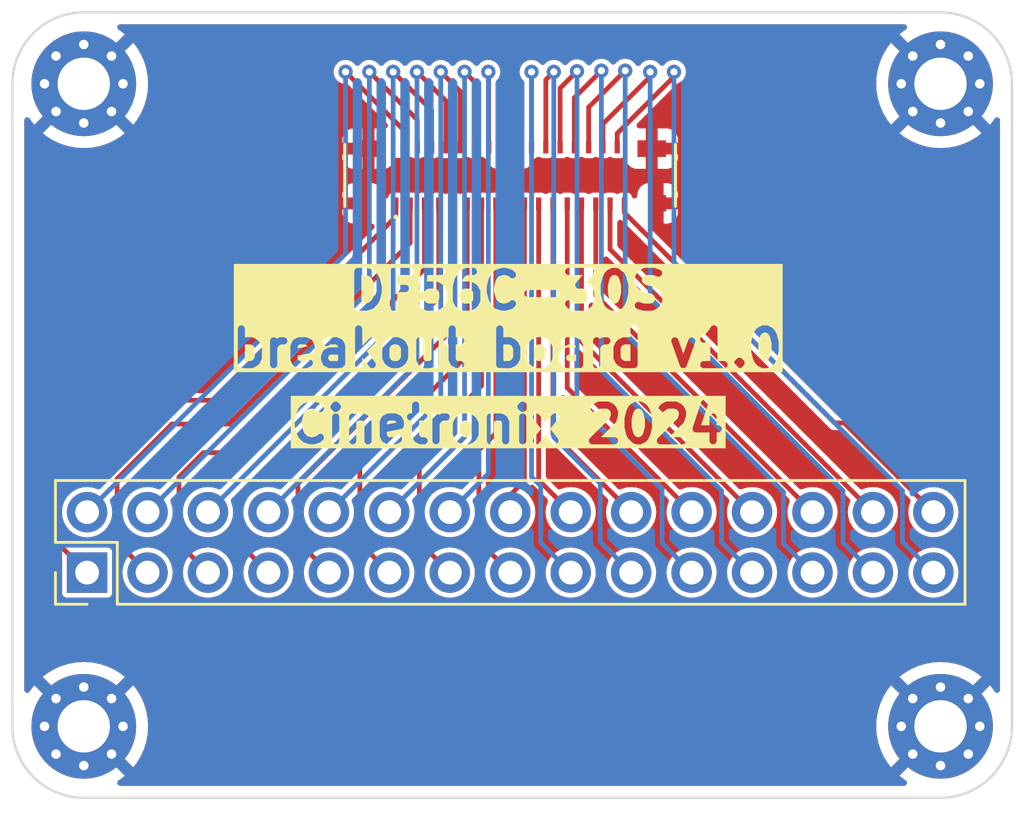
<source format=kicad_pcb>
(kicad_pcb (version 20221018) (generator pcbnew)
  (layers (0 "F.Cu" signal "Front") (31 "B.Cu" signal "Back") (34 "B.Paste" user) (35 "F.Paste" user) (36 "B.SilkS" user "B.Silkscreen") (37 "F.SilkS" user "F.Silkscreen") (38 "B.Mask" user) (39 "F.Mask" user) (44 "Edge.Cuts" user))
  (net 0 "")
  (net 1 "GND")
  (net 2 "/1")
  (net 3 "/3")
  (net 4 "/4")
  (net 5 "/5")
  (net 6 "/6")
  (net 7 "/7")
  (net 8 "/8")
  (net 9 "/9")
  (net 10 "/10")
  (net 11 "/11")
  (net 12 "/12")
  (net 13 "/13")
  (net 14 "/14")
  (net 15 "/15")
  (net 16 "/16")
  (net 17 "/17")
  (net 18 "/18")
  (net 19 "/19")
  (net 20 "/20")
  (net 21 "/21")
  (net 22 "/22")
  (net 23 "/23")
  (net 24 "/24")
  (net 25 "/25")
  (net 26 "/26")
  (net 27 "/27")
  (net 28 "/28")
  (net 29 "/29")
  (net 30 "/30")
  (net 31 "/2")
  (footprint "DF56C_30S_0_3V_51_:HRS_DF56C-30S-0.3V_51_" (layer "F.Cu") (at 47.915 37.85)
    (fp_text reference "J1" hide)
    (fp_text value "DF56C-30S-0.3V_51_")
    (fp_line (start -6.95 -1.3) (end -6.95 1.3) (stroke (width 0.127)) (layer "F.SilkS"))
    (fp_line (start 6.95 -1.3) (end 6.95 1.3) (stroke (width 0.127)) (layer "F.SilkS"))
    (fp_circle (center -4.8 1.75) (end -4.75 1.75) (stroke (width 0.1)) (fill none) (layer "F.SilkS"))
    (pad "1" smd rect (at -4.8 1.185) (size 0.22 0.52) (layers "F.Cu" "F.Paste" "F.Mask") (net 2 "/1"))
    (pad "2" smd rect (at -4.5 -1.185) (size 0.22 0.52) (layers "F.Cu" "F.Paste" "F.Mask") (net 31 "/2"))
    (pad "3" smd rect (at -4.2 1.185) (size 0.22 0.52) (layers "F.Cu" "F.Paste" "F.Mask") (net 3 "/3"))
    (pad "4" smd rect (at -3.9 -1.185) (size 0.22 0.52) (layers "F.Cu" "F.Paste" "F.Mask") (net 4 "/4"))
    (pad "5" smd rect (at -3.6 1.185) (size 0.22 0.52) (layers "F.Cu" "F.Paste" "F.Mask") (net 5 "/5"))
    (pad "6" smd rect (at -3.3 -1.185) (size 0.22 0.52) (layers "F.Cu" "F.Paste" "F.Mask") (net 6 "/6"))
    (pad "7" smd rect (at -3 1.185) (size 0.22 0.52) (layers "F.Cu" "F.Paste" "F.Mask") (net 7 "/7"))
    (pad "8" smd rect (at -2.7 -1.185) (size 0.22 0.52) (layers "F.Cu" "F.Paste" "F.Mask") (net 8 "/8"))
    (pad "9" smd rect (at -2.4 1.185) (size 0.22 0.52) (layers "F.Cu" "F.Paste" "F.Mask") (net 9 "/9"))
    (pad "10" smd rect (at -2.1 -1.185) (size 0.22 0.52) (layers "F.Cu" "F.Paste" "F.Mask") (net 10 "/10"))
    (pad "11" smd rect (at -1.8 1.185) (size 0.22 0.52) (layers "F.Cu" "F.Paste" "F.Mask") (net 11 "/11"))
    (pad "12" smd rect (at -1.5 -1.185) (size 0.22 0.52) (layers "F.Cu" "F.Paste" "F.Mask") (net 12 "/12"))
    (pad "13" smd rect (at -1.2 1.185) (size 0.22 0.52) (layers "F.Cu" "F.Paste" "F.Mask") (net 13 "/13"))
    (pad "14" smd rect (at -0.9 -1.185) (size 0.22 0.52) (layers "F.Cu" "F.Paste" "F.Mask") (net 14 "/14"))
    (pad "15" smd rect (at -0.6 1.185) (size 0.22 0.52) (layers "F.Cu" "F.Paste" "F.Mask") (net 15 "/15"))
    (pad "16" smd rect (at 0.6 1.185) (size 0.22 0.52) (layers "F.Cu" "F.Paste" "F.Mask") (net 16 "/16"))
    (pad "17" smd rect (at 0.9 -1.185) (size 0.22 0.52) (layers "F.Cu" "F.Paste" "F.Mask") (net 17 "/17"))
    (pad "18" smd rect (at 1.2 1.185) (size 0.22 0.52) (layers "F.Cu" "F.Paste" "F.Mask") (net 18 "/18"))
    (pad "19" smd rect (at 1.5 -1.185) (size 0.22 0.52) (layers "F.Cu" "F.Paste" "F.Mask") (net 19 "/19"))
    (pad "20" smd rect (at 1.8 1.185) (size 0.22 0.52) (layers "F.Cu" "F.Paste" "F.Mask") (net 20 "/20"))
    (pad "21" smd rect (at 2.1 -1.185) (size 0.22 0.52) (layers "F.Cu" "F.Paste" "F.Mask") (net 21 "/21"))
    (pad "22" smd rect (at 2.4 1.185) (size 0.22 0.52) (layers "F.Cu" "F.Paste" "F.Mask") (net 22 "/22"))
    (pad "23" smd rect (at 2.7 -1.185) (size 0.22 0.52) (layers "F.Cu" "F.Paste" "F.Mask") (net 23 "/23"))
    (pad "24" smd rect (at 3 1.185) (size 0.22 0.52) (layers "F.Cu" "F.Paste" "F.Mask") (net 24 "/24"))
    (pad "25" smd rect (at 3.3 -1.185) (size 0.22 0.52) (layers "F.Cu" "F.Paste" "F.Mask") (net 25 "/25"))
    (pad "26" smd rect (at 3.6 1.185) (size 0.22 0.52) (layers "F.Cu" "F.Paste" "F.Mask") (net 26 "/26"))
    (pad "27" smd rect (at 3.9 -1.185) (size 0.22 0.52) (layers "F.Cu" "F.Paste" "F.Mask") (net 27 "/27"))
    (pad "28" smd rect (at 4.2 1.185) (size 0.22 0.52) (layers "F.Cu" "F.Paste" "F.Mask") (net 28 "/28"))
    (pad "29" smd rect (at 4.5 -1.185) (size 0.22 0.52) (layers "F.Cu" "F.Paste" "F.Mask") (net 29 "/29"))
    (pad "30" smd rect (at 4.8 1.185) (size 0.22 0.52) (layers "F.Cu" "F.Paste" "F.Mask") (net 30 "/30"))
    (pad "P1" smd rect (at -5.95 -1.125) (size 1.2 0.7) (layers "F.Cu" "F.Paste" "F.Mask") (net 1 "GND"))
    (pad "P2" smd rect (at 0 -1.125) (size 1 0.7) (layers "F.Cu" "F.Paste" "F.Mask") (net 1 "GND"))
    (pad "P3" smd rect (at 5.95 -1.125) (size 1.2 0.7) (layers "F.Cu" "F.Paste" "F.Mask") (net 1 "GND"))
    (pad "P4" smd rect (at -6.2 1.175) (size 0.7 0.7) (layers "F.Cu" "F.Paste" "F.Mask") (net 1 "GND"))
    (pad "P5" smd rect (at 6.2 1.175) (size 0.7 0.7) (layers "F.Cu" "F.Paste" "F.Mask") (net 1 "GND"))
  )
  (footprint "MountingHole:MountingHole_2.2mm_M2_Pad_Via" (layer "F.Cu") (at 66 34)
    (fp_text reference "H2" hide)
    (fp_text value "MountingHole_Pad" hide)
    (pad "1" thru_hole circle (at -1.65 0) (size 0.7 0.7) (drill 0.4) (layers "*.Cu" "*.Mask") (net 1 "GND"))
    (pad "1" thru_hole circle (at -1.166726 -1.166726) (size 0.7 0.7) (drill 0.4) (layers "*.Cu" "*.Mask") (net 1 "GND"))
    (pad "1" thru_hole circle (at -1.166726 1.166726) (size 0.7 0.7) (drill 0.4) (layers "*.Cu" "*.Mask") (net 1 "GND"))
    (pad "1" thru_hole circle (at 0 -1.65) (size 0.7 0.7) (drill 0.4) (layers "*.Cu" "*.Mask") (net 1 "GND"))
    (pad "1" thru_hole circle (at 0 0) (size 4.4 4.4) (drill 2.2) (layers "*.Cu" "*.Mask") (net 1 "GND"))
    (pad "1" thru_hole circle (at 0 1.65) (size 0.7 0.7) (drill 0.4) (layers "*.Cu" "*.Mask") (net 1 "GND"))
    (pad "1" thru_hole circle (at 1.166726 -1.166726) (size 0.7 0.7) (drill 0.4) (layers "*.Cu" "*.Mask") (net 1 "GND"))
    (pad "1" thru_hole circle (at 1.166726 1.166726) (size 0.7 0.7) (drill 0.4) (layers "*.Cu" "*.Mask") (net 1 "GND"))
    (pad "1" thru_hole circle (at 1.65 0) (size 0.7 0.7) (drill 0.4) (layers "*.Cu" "*.Mask") (net 1 "GND"))
  )
  (footprint "MountingHole:MountingHole_2.2mm_M2_Pad_Via" (layer "F.Cu") (at 66 61)
    (fp_text reference "H4" hide)
    (fp_text value "MountingHole_Pad" hide)
    (pad "1" thru_hole circle (at -1.65 0) (size 0.7 0.7) (drill 0.4) (layers "*.Cu" "*.Mask") (net 1 "GND"))
    (pad "1" thru_hole circle (at -1.166726 -1.166726) (size 0.7 0.7) (drill 0.4) (layers "*.Cu" "*.Mask") (net 1 "GND"))
    (pad "1" thru_hole circle (at -1.166726 1.166726) (size 0.7 0.7) (drill 0.4) (layers "*.Cu" "*.Mask") (net 1 "GND"))
    (pad "1" thru_hole circle (at 0 -1.65) (size 0.7 0.7) (drill 0.4) (layers "*.Cu" "*.Mask") (net 1 "GND"))
    (pad "1" thru_hole circle (at 0 0) (size 4.4 4.4) (drill 2.2) (layers "*.Cu" "*.Mask") (net 1 "GND"))
    (pad "1" thru_hole circle (at 0 1.65) (size 0.7 0.7) (drill 0.4) (layers "*.Cu" "*.Mask") (net 1 "GND"))
    (pad "1" thru_hole circle (at 1.166726 -1.166726) (size 0.7 0.7) (drill 0.4) (layers "*.Cu" "*.Mask") (net 1 "GND"))
    (pad "1" thru_hole circle (at 1.166726 1.166726) (size 0.7 0.7) (drill 0.4) (layers "*.Cu" "*.Mask") (net 1 "GND"))
    (pad "1" thru_hole circle (at 1.65 0) (size 0.7 0.7) (drill 0.4) (layers "*.Cu" "*.Mask") (net 1 "GND"))
  )
  (footprint "MountingHole:MountingHole_2.2mm_M2_Pad_Via" (layer "F.Cu") (at 30 34)
    (fp_text reference "H1" hide)
    (fp_text value "MountingHole_Pad" hide)
    (pad "1" thru_hole circle (at -1.65 0) (size 0.7 0.7) (drill 0.4) (layers "*.Cu" "*.Mask") (net 1 "GND"))
    (pad "1" thru_hole circle (at -1.166726 -1.166726) (size 0.7 0.7) (drill 0.4) (layers "*.Cu" "*.Mask") (net 1 "GND"))
    (pad "1" thru_hole circle (at -1.166726 1.166726) (size 0.7 0.7) (drill 0.4) (layers "*.Cu" "*.Mask") (net 1 "GND"))
    (pad "1" thru_hole circle (at 0 -1.65) (size 0.7 0.7) (drill 0.4) (layers "*.Cu" "*.Mask") (net 1 "GND"))
    (pad "1" thru_hole circle (at 0 0) (size 4.4 4.4) (drill 2.2) (layers "*.Cu" "*.Mask") (net 1 "GND"))
    (pad "1" thru_hole circle (at 0 1.65) (size 0.7 0.7) (drill 0.4) (layers "*.Cu" "*.Mask") (net 1 "GND"))
    (pad "1" thru_hole circle (at 1.166726 -1.166726) (size 0.7 0.7) (drill 0.4) (layers "*.Cu" "*.Mask") (net 1 "GND"))
    (pad "1" thru_hole circle (at 1.166726 1.166726) (size 0.7 0.7) (drill 0.4) (layers "*.Cu" "*.Mask") (net 1 "GND"))
    (pad "1" thru_hole circle (at 1.65 0) (size 0.7 0.7) (drill 0.4) (layers "*.Cu" "*.Mask") (net 1 "GND"))
  )
  (footprint "MountingHole:MountingHole_2.2mm_M2_Pad_Via" (layer "F.Cu") (at 30 61)
    (fp_text reference "H3" hide)
    (fp_text value "MountingHole_Pad" hide)
    (pad "1" thru_hole circle (at -1.65 0) (size 0.7 0.7) (drill 0.4) (layers "*.Cu" "*.Mask") (net 1 "GND"))
    (pad "1" thru_hole circle (at -1.166726 -1.166726) (size 0.7 0.7) (drill 0.4) (layers "*.Cu" "*.Mask") (net 1 "GND"))
    (pad "1" thru_hole circle (at -1.166726 1.166726) (size 0.7 0.7) (drill 0.4) (layers "*.Cu" "*.Mask") (net 1 "GND"))
    (pad "1" thru_hole circle (at 0 -1.65) (size 0.7 0.7) (drill 0.4) (layers "*.Cu" "*.Mask") (net 1 "GND"))
    (pad "1" thru_hole circle (at 0 0) (size 4.4 4.4) (drill 2.2) (layers "*.Cu" "*.Mask") (net 1 "GND"))
    (pad "1" thru_hole circle (at 0 1.65) (size 0.7 0.7) (drill 0.4) (layers "*.Cu" "*.Mask") (net 1 "GND"))
    (pad "1" thru_hole circle (at 1.166726 -1.166726) (size 0.7 0.7) (drill 0.4) (layers "*.Cu" "*.Mask") (net 1 "GND"))
    (pad "1" thru_hole circle (at 1.166726 1.166726) (size 0.7 0.7) (drill 0.4) (layers "*.Cu" "*.Mask") (net 1 "GND"))
    (pad "1" thru_hole circle (at 1.65 0) (size 0.7 0.7) (drill 0.4) (layers "*.Cu" "*.Mask") (net 1 "GND"))
  )
  (footprint "Connector_PinHeader_2.54mm:PinHeader_2x15_P2.54mm_Vertical" (layer "F.Cu") (at 30.14 54.54 90)
    (fp_text reference "J2" hide)
    (fp_text value "Conn_02x15_Odd_Even")
    (fp_line (start -1.33 -1.33) (end 0 -1.33) (stroke (width 0.12)) (layer "F.SilkS"))
    (fp_line (start -1.33 0) (end -1.33 -1.33) (stroke (width 0.12)) (layer "F.SilkS"))
    (fp_line (start -1.33 1.27) (end -1.33 36.89) (stroke (width 0.12)) (layer "F.SilkS"))
    (fp_line (start -1.33 1.27) (end 1.27 1.27) (stroke (width 0.12)) (layer "F.SilkS"))
    (fp_line (start -1.33 36.89) (end 3.87 36.89) (stroke (width 0.12)) (layer "F.SilkS"))
    (fp_line (start 1.27 -1.33) (end 3.87 -1.33) (stroke (width 0.12)) (layer "F.SilkS"))
    (fp_line (start 1.27 1.27) (end 1.27 -1.33) (stroke (width 0.12)) (layer "F.SilkS"))
    (fp_line (start 3.87 -1.33) (end 3.87 36.89) (stroke (width 0.12)) (layer "F.SilkS"))
    (pad "1" thru_hole rect (at 0 0 90) (size 1.7 1.7) (drill 1) (layers "*.Cu" "*.Mask") (net 2 "/1"))
    (pad "2" thru_hole oval (at 2.54 0 90) (size 1.7 1.7) (drill 1) (layers "*.Cu" "*.Mask") (net 31 "/2"))
    (pad "3" thru_hole oval (at 0 2.54 90) (size 1.7 1.7) (drill 1) (layers "*.Cu" "*.Mask") (net 3 "/3"))
    (pad "4" thru_hole oval (at 2.54 2.54 90) (size 1.7 1.7) (drill 1) (layers "*.Cu" "*.Mask") (net 4 "/4"))
    (pad "5" thru_hole oval (at 0 5.08 90) (size 1.7 1.7) (drill 1) (layers "*.Cu" "*.Mask") (net 5 "/5"))
    (pad "6" thru_hole oval (at 2.54 5.08 90) (size 1.7 1.7) (drill 1) (layers "*.Cu" "*.Mask") (net 6 "/6"))
    (pad "7" thru_hole oval (at 0 7.62 90) (size 1.7 1.7) (drill 1) (layers "*.Cu" "*.Mask") (net 7 "/7"))
    (pad "8" thru_hole oval (at 2.54 7.62 90) (size 1.7 1.7) (drill 1) (layers "*.Cu" "*.Mask") (net 8 "/8"))
    (pad "9" thru_hole oval (at 0 10.16 90) (size 1.7 1.7) (drill 1) (layers "*.Cu" "*.Mask") (net 9 "/9"))
    (pad "10" thru_hole oval (at 2.54 10.16 90) (size 1.7 1.7) (drill 1) (layers "*.Cu" "*.Mask") (net 10 "/10"))
    (pad "11" thru_hole oval (at 0 12.7 90) (size 1.7 1.7) (drill 1) (layers "*.Cu" "*.Mask") (net 11 "/11"))
    (pad "12" thru_hole oval (at 2.54 12.7 90) (size 1.7 1.7) (drill 1) (layers "*.Cu" "*.Mask") (net 12 "/12"))
    (pad "13" thru_hole oval (at 0 15.24 90) (size 1.7 1.7) (drill 1) (layers "*.Cu" "*.Mask") (net 13 "/13"))
    (pad "14" thru_hole oval (at 2.54 15.24 90) (size 1.7 1.7) (drill 1) (layers "*.Cu" "*.Mask") (net 14 "/14"))
    (pad "15" thru_hole oval (at 0 17.78 90) (size 1.7 1.7) (drill 1) (layers "*.Cu" "*.Mask") (net 15 "/15"))
    (pad "16" thru_hole oval (at 2.54 17.78 90) (size 1.7 1.7) (drill 1) (layers "*.Cu" "*.Mask") (net 16 "/16"))
    (pad "17" thru_hole oval (at 0 20.32 90) (size 1.7 1.7) (drill 1) (layers "*.Cu" "*.Mask") (net 17 "/17"))
    (pad "18" thru_hole oval (at 2.54 20.32 90) (size 1.7 1.7) (drill 1) (layers "*.Cu" "*.Mask") (net 18 "/18"))
    (pad "19" thru_hole oval (at 0 22.86 90) (size 1.7 1.7) (drill 1) (layers "*.Cu" "*.Mask") (net 19 "/19"))
    (pad "20" thru_hole oval (at 2.54 22.86 90) (size 1.7 1.7) (drill 1) (layers "*.Cu" "*.Mask") (net 20 "/20"))
    (pad "21" thru_hole oval (at 0 25.4 90) (size 1.7 1.7) (drill 1) (layers "*.Cu" "*.Mask") (net 21 "/21"))
    (pad "22" thru_hole oval (at 2.54 25.4 90) (size 1.7 1.7) (drill 1) (layers "*.Cu" "*.Mask") (net 22 "/22"))
    (pad "23" thru_hole oval (at 0 27.94 90) (size 1.7 1.7) (drill 1) (layers "*.Cu" "*.Mask") (net 23 "/23"))
    (pad "24" thru_hole oval (at 2.54 27.94 90) (size 1.7 1.7) (drill 1) (layers "*.Cu" "*.Mask") (net 24 "/24"))
    (pad "25" thru_hole oval (at 0 30.48 90) (size 1.7 1.7) (drill 1) (layers "*.Cu" "*.Mask") (net 25 "/25"))
    (pad "26" thru_hole oval (at 2.54 30.48 90) (size 1.7 1.7) (drill 1) (layers "*.Cu" "*.Mask") (net 26 "/26"))
    (pad "27" thru_hole oval (at 0 33.02 90) (size 1.7 1.7) (drill 1) (layers "*.Cu" "*.Mask") (net 27 "/27"))
    (pad "28" thru_hole oval (at 2.54 33.02 90) (size 1.7 1.7) (drill 1) (layers "*.Cu" "*.Mask") (net 28 "/28"))
    (pad "29" thru_hole oval (at 0 35.56 90) (size 1.7 1.7) (drill 1) (layers "*.Cu" "*.Mask") (net 29 "/29"))
    (pad "30" thru_hole oval (at 2.54 35.56 90) (size 1.7 1.7) (drill 1) (layers "*.Cu" "*.Mask") (net 30 "/30"))
  )
  (gr_line (start 27 34) (end 27 61) (stroke (width 0.1)) (layer "Edge.Cuts"))
  (gr_arc (start 30 64) (mid 27.878679 63.121321) (end 27 61) (stroke (width 0.1)) (layer "Edge.Cuts"))
  (gr_arc (start 27 34) (mid 27.878679 31.878679) (end 30 31) (stroke (width 0.1)) (layer "Edge.Cuts"))
  (gr_arc (start 66 31) (mid 68.121321 31.878679) (end 69 34) (stroke (width 0.1)) (layer "Edge.Cuts"))
  (gr_line (start 69 61) (end 69 34) (stroke (width 0.1)) (layer "Edge.Cuts"))
  (gr_line (start 30 64) (end 66 64) (stroke (width 0.1)) (layer "Edge.Cuts"))
  (gr_arc (start 69 61) (mid 68.121321 63.121321) (end 66 64) (stroke (width 0.1)) (layer "Edge.Cuts"))
  (gr_line (start 66 31) (end 30 31) (stroke (width 0.1)) (layer "Edge.Cuts"))
  (gr_text "Cinetronix 2024" (at 47.8 49.2) (layer "F.SilkS" knockout) (effects (font (size 1.5 1.5) (thickness 0.3) bold) (justify bottom)))
  (gr_text "DF56C-30S\nbreakout board v1.0" (at 47.8 46) (layer "F.SilkS" knockout) (effects (font (size 1.5 1.5) (thickness 0.3) bold) (justify bottom)))
  (segment (start 43.115 39.035) (end 43.115 39.585) (width 0.2) (layer "F.Cu") (net 2))
  (segment (start 28.75 50.95) (end 28.75 53.15) (width 0.2) (layer "F.Cu") (net 2))
  (segment (start 35.4 47.3) (end 32.4 47.3) (width 0.2) (layer "F.Cu") (net 2))
  (segment (start 32.4 47.3) (end 28.75 50.95) (width 0.2) (layer "F.Cu") (net 2))
  (segment (start 28.75 53.15) (end 30.14 54.54) (width 0.2) (layer "F.Cu") (net 2))
  (segment (start 43.115 39.585) (end 35.4 47.3) (width 0.2) (layer "F.Cu") (net 2))
  (segment (start 33.7 48.3) (end 31.4 50.6) (width 0.2) (layer "F.Cu") (net 3))
  (segment (start 43.715 39.035) (end 43.715 40.685) (width 0.2) (layer "F.Cu") (net 3))
  (segment (start 31.4 50.6) (end 31.4 53.26) (width 0.2) (layer "F.Cu") (net 3))
  (segment (start 36.1 48.3) (end 33.7 48.3) (width 0.2) (layer "F.Cu") (net 3))
  (segment (start 31.4 53.26) (end 32.68 54.54) (width 0.2) (layer "F.Cu") (net 3))
  (segment (start 43.715 40.685) (end 36.1 48.3) (width 0.2) (layer "F.Cu") (net 3))
  (segment (start 44.015 35.515) (end 44.015 36.665) (width 0.2) (layer "F.Cu") (net 4))
  (segment (start 42 33.5) (end 44.015 35.515) (width 0.2) (layer "F.Cu") (net 4))
  (via (at 42 33.5) (size 0.6) (drill 0.3) (layers "F.Cu" "B.Cu") (net 4))
  (segment (start 42 42.68) (end 32.68 52) (width 0.2) (layer "B.Cu") (net 4))
  (segment (start 42 33.5) (end 42 42.68) (width 0.2) (layer "B.Cu") (net 4))
  (segment (start 35.023414 49.5) (end 34 50.523414) (width 0.2) (layer "F.Cu") (net 5))
  (segment (start 44.315 41.785) (end 36.6 49.5) (width 0.2) (layer "F.Cu") (net 5))
  (segment (start 34 53.32) (end 35.22 54.54) (width 0.2) (layer "F.Cu") (net 5))
  (segment (start 36.6 49.5) (end 35.023414 49.5) (width 0.2) (layer "F.Cu") (net 5))
  (segment (start 44.315 39.035) (end 44.315 41.785) (width 0.2) (layer "F.Cu") (net 5))
  (segment (start 34 50.523414) (end 34 53.32) (width 0.2) (layer "F.Cu") (net 5))
  (segment (start 44.615 35.115) (end 44.615 36.665) (width 0.2) (layer "F.Cu") (net 6))
  (segment (start 43 33.5) (end 44.615 35.115) (width 0.2) (layer "F.Cu") (net 6))
  (via (at 43 33.5) (size 0.6) (drill 0.3) (layers "F.Cu" "B.Cu") (net 6))
  (segment (start 43 33.5) (end 43 44.22) (width 0.2) (layer "B.Cu") (net 6))
  (segment (start 43 44.22) (end 35.22 52) (width 0.2) (layer "B.Cu") (net 6))
  (segment (start 37.76 54.54) (end 36.5 53.28) (width 0.2) (layer "F.Cu") (net 7))
  (segment (start 36.5 51.4) (end 44.915 42.985) (width 0.2) (layer "F.Cu") (net 7))
  (segment (start 36.5 53.28) (end 36.5 51.4) (width 0.2) (layer "F.Cu") (net 7))
  (segment (start 44.915 42.985) (end 44.915 39.035) (width 0.2) (layer "F.Cu") (net 7))
  (segment (start 44 33.5) (end 45.215 34.715) (width 0.2) (layer "F.Cu") (net 8))
  (segment (start 45.215 34.715) (end 45.215 36.665) (width 0.2) (layer "F.Cu") (net 8))
  (via (at 44 33.5) (size 0.6) (drill 0.3) (layers "F.Cu" "B.Cu") (net 8))
  (segment (start 44 33.5) (end 44 45.76) (width 0.2) (layer "B.Cu") (net 8))
  (segment (start 44 45.76) (end 37.76 52) (width 0.2) (layer "B.Cu") (net 8))
  (segment (start 39 53.24) (end 40.3 54.54) (width 0.2) (layer "F.Cu") (net 9))
  (segment (start 45.515 44.285) (end 39 50.8) (width 0.2) (layer "F.Cu") (net 9))
  (segment (start 39 50.8) (end 39 53.24) (width 0.2) (layer "F.Cu") (net 9))
  (segment (start 45.515 39.035) (end 45.515 44.285) (width 0.2) (layer "F.Cu") (net 9))
  (segment (start 45.815 34.315) (end 45.815 36.665) (width 0.2) (layer "F.Cu") (net 10))
  (segment (start 45 33.5) (end 45.815 34.315) (width 0.2) (layer "F.Cu") (net 10))
  (via (at 45 33.5) (size 0.6) (drill 0.3) (layers "F.Cu" "B.Cu") (net 10))
  (segment (start 45 33.5) (end 45 47.3) (width 0.2) (layer "B.Cu") (net 10))
  (segment (start 45 47.3) (end 40.3 52) (width 0.2) (layer "B.Cu") (net 10))
  (segment (start 46.115 39.035) (end 46.115 45.41) (width 0.2) (layer "F.Cu") (net 11))
  (segment (start 41.6 53.3) (end 42.84 54.54) (width 0.2) (layer "F.Cu") (net 11))
  (segment (start 41.6 49.925) (end 41.6 53.3) (width 0.2) (layer "F.Cu") (net 11))
  (segment (start 46.115 45.41) (end 41.6 49.925) (width 0.2) (layer "F.Cu") (net 11))
  (segment (start 46 33.5) (end 46.415 33.915) (width 0.2) (layer "F.Cu") (net 12))
  (segment (start 46.415 33.915) (end 46.415 36.665) (width 0.2) (layer "F.Cu") (net 12))
  (via (at 46 33.5) (size 0.6) (drill 0.3) (layers "F.Cu" "B.Cu") (net 12))
  (segment (start 46 48.84) (end 42.84 52) (width 0.2) (layer "B.Cu") (net 12))
  (segment (start 46 33.5) (end 46 48.84) (width 0.2) (layer "B.Cu") (net 12))
  (segment (start 44.1 49.3) (end 44.1 53.26) (width 0.2) (layer "F.Cu") (net 13))
  (segment (start 44.1 53.26) (end 45.38 54.54) (width 0.2) (layer "F.Cu") (net 13))
  (segment (start 46.715 39.035) (end 46.715 46.685) (width 0.2) (layer "F.Cu") (net 13))
  (segment (start 46.715 46.685) (end 44.1 49.3) (width 0.2) (layer "F.Cu") (net 13))
  (segment (start 47 33.5) (end 47.015 33.515) (width 0.2) (layer "F.Cu") (net 14))
  (segment (start 47.015 33.515) (end 47.015 36.665) (width 0.2) (layer "F.Cu") (net 14))
  (via (at 47 33.5) (size 0.6) (drill 0.3) (layers "F.Cu" "B.Cu") (net 14))
  (segment (start 47 50.38) (end 45.38 52) (width 0.2) (layer "B.Cu") (net 14))
  (segment (start 47 33.5) (end 47 50.38) (width 0.2) (layer "B.Cu") (net 14))
  (segment (start 47.315 39.035) (end 47.315 48.685) (width 0.2) (layer "F.Cu") (net 15))
  (segment (start 46.6 49.4) (end 46.6 53.22) (width 0.2) (layer "F.Cu") (net 15))
  (segment (start 47.315 48.685) (end 46.6 49.4) (width 0.2) (layer "F.Cu") (net 15))
  (segment (start 46.6 53.22) (end 47.92 54.54) (width 0.2) (layer "F.Cu") (net 15))
  (segment (start 47.8 51.88) (end 47.92 52) (width 0.2) (layer "F.Cu") (net 16))
  (segment (start 47.8 51.4) (end 47.8 51.88) (width 0.2) (layer "F.Cu") (net 16))
  (segment (start 48.515 50.685) (end 47.8 51.4) (width 0.2) (layer "F.Cu") (net 16))
  (segment (start 48.515 39.035) (end 48.515 50.685) (width 0.2) (layer "F.Cu") (net 16))
  (segment (start 48.815 33.5) (end 48.815 36.665) (width 0.2) (layer "F.Cu") (net 17))
  (via (at 48.815 33.5) (size 0.6) (drill 0.3) (layers "F.Cu" "B.Cu") (net 17))
  (segment (start 49.2 53.28) (end 50.46 54.54) (width 0.2) (layer "B.Cu") (net 17))
  (segment (start 49.2 50.9) (end 49.2 53.28) (width 0.2) (layer "B.Cu") (net 17))
  (segment (start 48.815 50.515) (end 49.2 50.9) (width 0.2) (layer "B.Cu") (net 17))
  (segment (start 48.815 33.5) (end 48.815 50.515) (width 0.2) (layer "B.Cu") (net 17))
  (segment (start 49.115 39.035) (end 49.115 50.655) (width 0.2) (layer "F.Cu") (net 18))
  (segment (start 49.115 50.655) (end 50.46 52) (width 0.2) (layer "F.Cu") (net 18))
  (segment (start 49.415 33.835) (end 49.415 36.665) (width 0.2) (layer "F.Cu") (net 19))
  (segment (start 49.75 33.5) (end 49.415 33.835) (width 0.2) (layer "F.Cu") (net 19))
  (via (at 49.75 33.5) (size 0.6) (drill 0.3) (layers "F.Cu" "B.Cu") (net 19))
  (segment (start 49.75 48.85) (end 51.7 50.8) (width 0.2) (layer "B.Cu") (net 19))
  (segment (start 49.75 33.5) (end 49.75 48.85) (width 0.2) (layer "B.Cu") (net 19))
  (segment (start 51.7 50.8) (end 51.7 53.24) (width 0.2) (layer "B.Cu") (net 19))
  (segment (start 51.7 53.24) (end 53 54.54) (width 0.2) (layer "B.Cu") (net 19))
  (segment (start 49.715 39.035) (end 49.715 48.715) (width 0.2) (layer "F.Cu") (net 20))
  (segment (start 49.715 48.715) (end 53 52) (width 0.2) (layer "F.Cu") (net 20))
  (segment (start 50.015 34.185) (end 50.015 36.665) (width 0.2) (layer "F.Cu") (net 21))
  (segment (start 50.725 33.475) (end 50.015 34.185) (width 0.2) (layer "F.Cu") (net 21))
  (via (at 50.725 33.475) (size 0.6) (drill 0.3) (layers "F.Cu" "B.Cu") (net 21))
  (segment (start 50.725 47.475) (end 54.3 51.05) (width 0.2) (layer "B.Cu") (net 21))
  (segment (start 54.3 53.3) (end 55.54 54.54) (width 0.2) (layer "B.Cu") (net 21))
  (segment (start 54.3 51.05) (end 54.3 53.3) (width 0.2) (layer "B.Cu") (net 21))
  (segment (start 50.725 33.475) (end 50.725 47.475) (width 0.2) (layer "B.Cu") (net 21))
  (segment (start 50.315 39.035) (end 50.315 46.775) (width 0.2) (layer "F.Cu") (net 22))
  (segment (start 50.315 46.775) (end 55.54 52) (width 0.2) (layer "F.Cu") (net 22))
  (segment (start 51.75 33.45) (end 50.615 34.585) (width 0.2) (layer "F.Cu") (net 23))
  (segment (start 50.615 34.585) (end 50.615 36.665) (width 0.2) (layer "F.Cu") (net 23))
  (via (at 51.75 33.45) (size 0.6) (drill 0.3) (layers "F.Cu" "B.Cu") (net 23))
  (segment (start 51.75 46.05) (end 56.8 51.1) (width 0.2) (layer "B.Cu") (net 23))
  (segment (start 51.75 33.45) (end 51.75 46.05) (width 0.2) (layer "B.Cu") (net 23))
  (segment (start 56.8 53.26) (end 58.08 54.54) (width 0.2) (layer "B.Cu") (net 23))
  (segment (start 56.8 51.1) (end 56.8 53.26) (width 0.2) (layer "B.Cu") (net 23))
  (segment (start 50.915 44.835) (end 58.08 52) (width 0.2) (layer "F.Cu") (net 24))
  (segment (start 50.915 39.035) (end 50.915 44.835) (width 0.2) (layer "F.Cu") (net 24))
  (segment (start 52.75 33.45) (end 51.215 34.985) (width 0.2) (layer "F.Cu") (net 25))
  (segment (start 51.215 34.985) (end 51.215 36.665) (width 0.2) (layer "F.Cu") (net 25))
  (via (at 52.75 33.45) (size 0.6) (drill 0.3) (layers "F.Cu" "B.Cu") (net 25))
  (segment (start 59.4 53.32) (end 60.62 54.54) (width 0.2) (layer "B.Cu") (net 25))
  (segment (start 52.75 44.5) (end 59.4 51.15) (width 0.2) (layer "B.Cu") (net 25))
  (segment (start 59.4 51.15) (end 59.4 53.32) (width 0.2) (layer "B.Cu") (net 25))
  (segment (start 52.75 33.45) (end 52.75 44.5) (width 0.2) (layer "B.Cu") (net 25))
  (segment (start 51.515 39.035) (end 51.515 42.895) (width 0.2) (layer "F.Cu") (net 26))
  (segment (start 51.515 42.895) (end 60.62 52) (width 0.2) (layer "F.Cu") (net 26))
  (segment (start 53.8 33.5) (end 53.8 33.7) (width 0.2) (layer "F.Cu") (net 27))
  (segment (start 51.815 35.685) (end 51.815 36.665) (width 0.2) (layer "F.Cu") (net 27))
  (segment (start 53.8 33.7) (end 51.815 35.685) (width 0.2) (layer "F.Cu") (net 27))
  (via (at 53.8 33.5) (size 0.6) (drill 0.3) (layers "F.Cu" "B.Cu") (net 27))
  (segment (start 61.9 51.1) (end 61.9 53.28) (width 0.2) (layer "B.Cu") (net 27))
  (segment (start 53.8 43) (end 61.9 51.1) (width 0.2) (layer "B.Cu") (net 27))
  (segment (start 53.8 33.5) (end 53.8 43) (width 0.2) (layer "B.Cu") (net 27))
  (segment (start 61.9 53.28) (end 63.16 54.54) (width 0.2) (layer "B.Cu") (net 27))
  (segment (start 52.115 40.955) (end 63.16 52) (width 0.2) (layer "F.Cu") (net 28))
  (segment (start 52.115 39.035) (end 52.115 40.955) (width 0.2) (layer "F.Cu") (net 28))
  (segment (start 52.415 36.085) (end 52.415 36.665) (width 0.2) (layer "F.Cu") (net 29))
  (segment (start 54.8 33.5) (end 54.8 33.7) (width 0.2) (layer "F.Cu") (net 29))
  (segment (start 54.8 33.7) (end 52.415 36.085) (width 0.2) (layer "F.Cu") (net 29))
  (via (at 54.8 33.5) (size 0.6) (drill 0.3) (layers "F.Cu" "B.Cu") (net 29))
  (segment (start 64.4 51.1) (end 64.4 53.24) (width 0.2) (layer "B.Cu") (net 29))
  (segment (start 54.8 41.5) (end 64.4 51.1) (width 0.2) (layer "B.Cu") (net 29))
  (segment (start 54.8 33.5) (end 54.8 41.5) (width 0.2) (layer "B.Cu") (net 29))
  (segment (start 64.4 53.24) (end 65.7 54.54) (width 0.2) (layer "B.Cu") (net 29))
  (segment (start 52.715 39.035) (end 52.715 39.415) (width 0.2) (layer "F.Cu") (net 30))
  (segment (start 61.55 48.25) (end 61.95 48.25) (width 0.2) (layer "F.Cu") (net 30))
  (segment (start 61.95 48.25) (end 65.7 52) (width 0.2) (layer "F.Cu") (net 30))
  (segment (start 52.715 39.415) (end 61.55 48.25) (width 0.2) (layer "F.Cu") (net 30))
  (segment (start 43.415 35.915) (end 43.415 36.665) (width 0.2) (layer "F.Cu") (net 31))
  (segment (start 41 33.5) (end 43.415 35.915) (width 0.2) (layer "F.Cu") (net 31))
  (via (at 41 33.5) (size 0.6) (drill 0.3) (layers "F.Cu" "B.Cu") (net 31))
  (segment (start 41 33.5) (end 41 41.14) (width 0.2) (layer "B.Cu") (net 31))
  (segment (start 41 41.14) (end 30.14 52) (width 0.2) (layer "B.Cu") (net 31))
  (zone (net 1) (net_name "GND") (layers "F&B.Cu") (name "GND") (connect_pads (clearance 0.2)) (min_thickness 0.25) (fill yes (thermal_gap 0.5) (thermal_bridge_width 0.5))
    (polygon (pts (xy 69.516 30.48) (xy 69.516 65.278) (xy 26.48 65.278) (xy 26.48 30.48)))
  )
)
</source>
